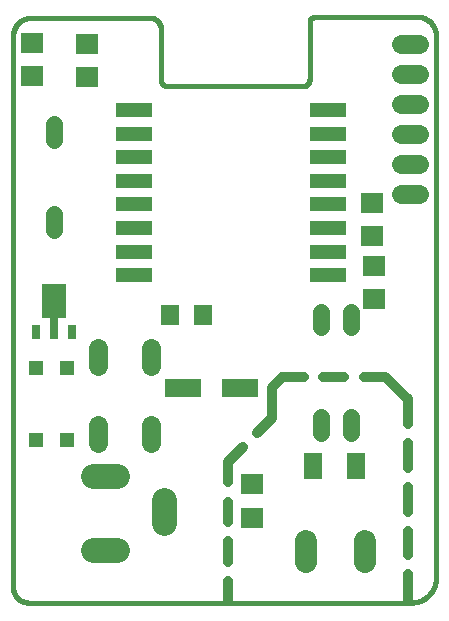
<source format=gts>
G75*
%MOIN*%
%OFA0B0*%
%FSLAX25Y25*%
%IPPOS*%
%LPD*%
%AMOC8*
5,1,8,0,0,1.08239X$1,22.5*
%
%ADD10C,0.03200*%
%ADD11C,0.01600*%
%ADD12R,0.05912X0.06699*%
%ADD13R,0.07487X0.06699*%
%ADD14R,0.12211X0.05124*%
%ADD15C,0.06400*%
%ADD16C,0.05600*%
%ADD17R,0.12211X0.05912*%
%ADD18R,0.03156X0.04731*%
%ADD19R,0.08274X0.11424*%
%ADD20R,0.02900X0.05400*%
%ADD21C,0.07450*%
%ADD22R,0.06306X0.08668*%
%ADD23R,0.05124X0.05124*%
%ADD24C,0.08274*%
D10*
X0106935Y0044645D02*
X0106935Y0051459D01*
X0106935Y0057859D02*
X0106935Y0064673D01*
X0106935Y0071073D02*
X0106935Y0077887D01*
X0106935Y0084287D02*
X0106935Y0091102D01*
X0111956Y0096122D01*
X0116482Y0100648D02*
X0121502Y0105669D01*
X0121502Y0115905D01*
X0125046Y0119448D01*
X0132196Y0119448D01*
X0138596Y0119448D02*
X0145747Y0119448D01*
X0152147Y0119448D02*
X0159298Y0119448D01*
X0166778Y0111968D01*
X0166778Y0103781D01*
X0166778Y0097381D02*
X0166778Y0089194D01*
X0166778Y0082794D02*
X0166778Y0074606D01*
X0166778Y0068206D02*
X0166778Y0060019D01*
X0166778Y0053619D02*
X0166778Y0045432D01*
D11*
X0035282Y0049369D02*
X0035282Y0233228D01*
X0035281Y0233228D02*
X0035283Y0233380D01*
X0035289Y0233532D01*
X0035299Y0233684D01*
X0035312Y0233835D01*
X0035330Y0233986D01*
X0035351Y0234137D01*
X0035377Y0234287D01*
X0035406Y0234436D01*
X0035439Y0234585D01*
X0035476Y0234732D01*
X0035516Y0234879D01*
X0035561Y0235024D01*
X0035609Y0235168D01*
X0035661Y0235311D01*
X0035716Y0235453D01*
X0035775Y0235593D01*
X0035838Y0235732D01*
X0035904Y0235869D01*
X0035974Y0236004D01*
X0036047Y0236137D01*
X0036124Y0236268D01*
X0036204Y0236398D01*
X0036287Y0236525D01*
X0036373Y0236650D01*
X0036463Y0236773D01*
X0036556Y0236893D01*
X0036652Y0237011D01*
X0036751Y0237127D01*
X0036853Y0237240D01*
X0036957Y0237350D01*
X0037065Y0237458D01*
X0037175Y0237562D01*
X0037288Y0237664D01*
X0037404Y0237763D01*
X0037522Y0237859D01*
X0037642Y0237952D01*
X0037765Y0238042D01*
X0037890Y0238128D01*
X0038017Y0238211D01*
X0038147Y0238291D01*
X0038278Y0238368D01*
X0038411Y0238441D01*
X0038546Y0238511D01*
X0038683Y0238577D01*
X0038822Y0238640D01*
X0038962Y0238699D01*
X0039104Y0238754D01*
X0039247Y0238806D01*
X0039391Y0238854D01*
X0039536Y0238899D01*
X0039683Y0238939D01*
X0039830Y0238976D01*
X0039979Y0239009D01*
X0040128Y0239038D01*
X0040278Y0239064D01*
X0040429Y0239085D01*
X0040580Y0239103D01*
X0040731Y0239116D01*
X0040883Y0239126D01*
X0041035Y0239132D01*
X0041187Y0239134D01*
X0041187Y0239133D02*
X0080951Y0239133D01*
X0081067Y0239131D01*
X0081183Y0239125D01*
X0081298Y0239116D01*
X0081413Y0239103D01*
X0081528Y0239086D01*
X0081642Y0239065D01*
X0081756Y0239040D01*
X0081868Y0239012D01*
X0081979Y0238980D01*
X0082090Y0238945D01*
X0082199Y0238906D01*
X0082307Y0238863D01*
X0082413Y0238817D01*
X0082518Y0238768D01*
X0082621Y0238715D01*
X0082723Y0238658D01*
X0082822Y0238599D01*
X0082919Y0238536D01*
X0083015Y0238470D01*
X0083108Y0238401D01*
X0083199Y0238329D01*
X0083287Y0238254D01*
X0083373Y0238176D01*
X0083456Y0238095D01*
X0083537Y0238012D01*
X0083615Y0237926D01*
X0083690Y0237838D01*
X0083762Y0237747D01*
X0083831Y0237654D01*
X0083897Y0237558D01*
X0083960Y0237461D01*
X0084019Y0237362D01*
X0084076Y0237260D01*
X0084129Y0237157D01*
X0084178Y0237052D01*
X0084224Y0236946D01*
X0084267Y0236838D01*
X0084306Y0236729D01*
X0084341Y0236618D01*
X0084373Y0236507D01*
X0084401Y0236395D01*
X0084426Y0236281D01*
X0084447Y0236167D01*
X0084464Y0236052D01*
X0084477Y0235937D01*
X0084486Y0235822D01*
X0084492Y0235706D01*
X0084494Y0235590D01*
X0084494Y0218661D01*
X0084495Y0218661D02*
X0084497Y0218566D01*
X0084503Y0218471D01*
X0084512Y0218376D01*
X0084526Y0218282D01*
X0084543Y0218189D01*
X0084564Y0218096D01*
X0084588Y0218004D01*
X0084617Y0217913D01*
X0084648Y0217823D01*
X0084684Y0217735D01*
X0084723Y0217648D01*
X0084766Y0217563D01*
X0084811Y0217480D01*
X0084861Y0217399D01*
X0084913Y0217319D01*
X0084969Y0217242D01*
X0085027Y0217167D01*
X0085089Y0217095D01*
X0085154Y0217025D01*
X0085221Y0216958D01*
X0085291Y0216893D01*
X0085363Y0216831D01*
X0085438Y0216773D01*
X0085515Y0216717D01*
X0085595Y0216665D01*
X0085676Y0216615D01*
X0085759Y0216570D01*
X0085844Y0216527D01*
X0085931Y0216488D01*
X0086019Y0216452D01*
X0086109Y0216421D01*
X0086200Y0216392D01*
X0086292Y0216368D01*
X0086385Y0216347D01*
X0086478Y0216330D01*
X0086572Y0216316D01*
X0086667Y0216307D01*
X0086762Y0216301D01*
X0086857Y0216299D01*
X0086857Y0216298D02*
X0131739Y0216298D01*
X0131739Y0216299D02*
X0131834Y0216301D01*
X0131929Y0216307D01*
X0132024Y0216316D01*
X0132118Y0216330D01*
X0132211Y0216347D01*
X0132304Y0216368D01*
X0132396Y0216392D01*
X0132487Y0216421D01*
X0132577Y0216452D01*
X0132665Y0216488D01*
X0132752Y0216527D01*
X0132837Y0216570D01*
X0132920Y0216615D01*
X0133001Y0216665D01*
X0133081Y0216717D01*
X0133158Y0216773D01*
X0133233Y0216831D01*
X0133305Y0216893D01*
X0133375Y0216958D01*
X0133442Y0217025D01*
X0133507Y0217095D01*
X0133569Y0217167D01*
X0133627Y0217242D01*
X0133683Y0217319D01*
X0133735Y0217399D01*
X0133785Y0217480D01*
X0133830Y0217563D01*
X0133873Y0217648D01*
X0133912Y0217735D01*
X0133948Y0217823D01*
X0133979Y0217913D01*
X0134008Y0218004D01*
X0134032Y0218096D01*
X0134053Y0218189D01*
X0134070Y0218282D01*
X0134084Y0218376D01*
X0134093Y0218471D01*
X0134099Y0218566D01*
X0134101Y0218661D01*
X0134101Y0237558D01*
X0134100Y0237558D02*
X0134102Y0237644D01*
X0134107Y0237730D01*
X0134117Y0237815D01*
X0134130Y0237900D01*
X0134147Y0237984D01*
X0134167Y0238068D01*
X0134191Y0238150D01*
X0134219Y0238231D01*
X0134250Y0238312D01*
X0134284Y0238390D01*
X0134322Y0238467D01*
X0134364Y0238543D01*
X0134408Y0238616D01*
X0134456Y0238687D01*
X0134507Y0238757D01*
X0134561Y0238824D01*
X0134617Y0238888D01*
X0134677Y0238950D01*
X0134739Y0239010D01*
X0134803Y0239066D01*
X0134870Y0239120D01*
X0134940Y0239171D01*
X0135011Y0239219D01*
X0135085Y0239263D01*
X0135160Y0239305D01*
X0135237Y0239343D01*
X0135315Y0239377D01*
X0135396Y0239408D01*
X0135477Y0239436D01*
X0135559Y0239460D01*
X0135643Y0239480D01*
X0135727Y0239497D01*
X0135812Y0239510D01*
X0135897Y0239520D01*
X0135983Y0239525D01*
X0136069Y0239527D01*
X0169928Y0239527D01*
X0170085Y0239525D01*
X0170242Y0239519D01*
X0170399Y0239509D01*
X0170555Y0239496D01*
X0170711Y0239478D01*
X0170867Y0239457D01*
X0171022Y0239431D01*
X0171176Y0239402D01*
X0171330Y0239369D01*
X0171482Y0239332D01*
X0171634Y0239292D01*
X0171785Y0239247D01*
X0171934Y0239199D01*
X0172082Y0239147D01*
X0172229Y0239092D01*
X0172375Y0239032D01*
X0172519Y0238970D01*
X0172661Y0238903D01*
X0172802Y0238833D01*
X0172941Y0238760D01*
X0173078Y0238683D01*
X0173213Y0238603D01*
X0173345Y0238519D01*
X0173476Y0238432D01*
X0173605Y0238342D01*
X0173731Y0238249D01*
X0173855Y0238153D01*
X0173977Y0238053D01*
X0174096Y0237951D01*
X0174212Y0237845D01*
X0174326Y0237737D01*
X0174437Y0237626D01*
X0174545Y0237512D01*
X0174651Y0237396D01*
X0174753Y0237277D01*
X0174853Y0237155D01*
X0174949Y0237031D01*
X0175042Y0236905D01*
X0175132Y0236776D01*
X0175219Y0236645D01*
X0175303Y0236513D01*
X0175383Y0236378D01*
X0175460Y0236241D01*
X0175533Y0236102D01*
X0175603Y0235961D01*
X0175670Y0235819D01*
X0175732Y0235675D01*
X0175792Y0235529D01*
X0175847Y0235382D01*
X0175899Y0235234D01*
X0175947Y0235085D01*
X0175992Y0234934D01*
X0176032Y0234782D01*
X0176069Y0234630D01*
X0176102Y0234476D01*
X0176131Y0234322D01*
X0176157Y0234167D01*
X0176178Y0234011D01*
X0176196Y0233855D01*
X0176209Y0233699D01*
X0176219Y0233542D01*
X0176225Y0233385D01*
X0176227Y0233228D01*
X0176227Y0052519D01*
X0176225Y0052319D01*
X0176217Y0052120D01*
X0176205Y0051920D01*
X0176188Y0051721D01*
X0176167Y0051522D01*
X0176140Y0051324D01*
X0176109Y0051127D01*
X0176073Y0050930D01*
X0176032Y0050735D01*
X0175987Y0050540D01*
X0175937Y0050347D01*
X0175882Y0050155D01*
X0175822Y0049964D01*
X0175758Y0049775D01*
X0175690Y0049587D01*
X0175617Y0049401D01*
X0175539Y0049217D01*
X0175457Y0049035D01*
X0175371Y0048855D01*
X0175280Y0048677D01*
X0175185Y0048501D01*
X0175086Y0048327D01*
X0174982Y0048156D01*
X0174875Y0047988D01*
X0174763Y0047822D01*
X0174648Y0047659D01*
X0174529Y0047499D01*
X0174405Y0047342D01*
X0174278Y0047187D01*
X0174148Y0047036D01*
X0174013Y0046888D01*
X0173876Y0046744D01*
X0173734Y0046602D01*
X0173590Y0046465D01*
X0173442Y0046330D01*
X0173291Y0046200D01*
X0173136Y0046073D01*
X0172979Y0045949D01*
X0172819Y0045830D01*
X0172656Y0045715D01*
X0172490Y0045603D01*
X0172322Y0045496D01*
X0172151Y0045392D01*
X0171977Y0045293D01*
X0171801Y0045198D01*
X0171623Y0045107D01*
X0171443Y0045021D01*
X0171261Y0044939D01*
X0171077Y0044861D01*
X0170891Y0044788D01*
X0170703Y0044720D01*
X0170514Y0044656D01*
X0170323Y0044596D01*
X0170131Y0044541D01*
X0169938Y0044491D01*
X0169743Y0044446D01*
X0169548Y0044405D01*
X0169351Y0044369D01*
X0169154Y0044338D01*
X0168956Y0044311D01*
X0168757Y0044290D01*
X0168558Y0044273D01*
X0168358Y0044261D01*
X0168159Y0044253D01*
X0167959Y0044251D01*
X0040400Y0044251D01*
X0040259Y0044253D01*
X0040118Y0044259D01*
X0039977Y0044268D01*
X0039837Y0044282D01*
X0039697Y0044300D01*
X0039558Y0044321D01*
X0039419Y0044346D01*
X0039281Y0044375D01*
X0039144Y0044408D01*
X0039007Y0044444D01*
X0038872Y0044484D01*
X0038738Y0044528D01*
X0038605Y0044576D01*
X0038474Y0044627D01*
X0038344Y0044682D01*
X0038216Y0044741D01*
X0038089Y0044802D01*
X0037964Y0044868D01*
X0037841Y0044937D01*
X0037720Y0045009D01*
X0037601Y0045084D01*
X0037484Y0045163D01*
X0037369Y0045245D01*
X0037256Y0045330D01*
X0037146Y0045418D01*
X0037039Y0045509D01*
X0036934Y0045604D01*
X0036831Y0045701D01*
X0036732Y0045800D01*
X0036635Y0045903D01*
X0036540Y0046008D01*
X0036449Y0046115D01*
X0036361Y0046225D01*
X0036276Y0046338D01*
X0036194Y0046453D01*
X0036115Y0046570D01*
X0036040Y0046689D01*
X0035968Y0046810D01*
X0035899Y0046933D01*
X0035833Y0047058D01*
X0035772Y0047185D01*
X0035713Y0047313D01*
X0035658Y0047443D01*
X0035607Y0047574D01*
X0035559Y0047707D01*
X0035515Y0047841D01*
X0035475Y0047976D01*
X0035439Y0048113D01*
X0035406Y0048250D01*
X0035377Y0048388D01*
X0035352Y0048527D01*
X0035331Y0048666D01*
X0035313Y0048806D01*
X0035299Y0048946D01*
X0035290Y0049087D01*
X0035284Y0049228D01*
X0035282Y0049369D01*
D12*
X0087543Y0140212D03*
X0098566Y0140212D03*
D13*
X0114809Y0083621D03*
X0114809Y0072598D03*
X0155517Y0145432D03*
X0155517Y0156456D03*
X0154964Y0166298D03*
X0154964Y0177322D03*
X0059973Y0219557D03*
X0059973Y0230580D03*
X0041580Y0230696D03*
X0041580Y0219672D03*
D14*
X0075535Y0208480D03*
X0075535Y0200606D03*
X0075535Y0192731D03*
X0075535Y0184857D03*
X0075535Y0176983D03*
X0075535Y0169109D03*
X0075535Y0161235D03*
X0075535Y0153361D03*
X0140102Y0153361D03*
X0140102Y0161235D03*
X0140102Y0169109D03*
X0140102Y0176983D03*
X0140102Y0184857D03*
X0140102Y0192731D03*
X0140102Y0200606D03*
X0140102Y0208480D03*
D15*
X0164503Y0210302D02*
X0170503Y0210302D01*
X0170503Y0200302D02*
X0164503Y0200302D01*
X0164503Y0190302D02*
X0170503Y0190302D01*
X0170503Y0180302D02*
X0164503Y0180302D01*
X0164503Y0220302D02*
X0170503Y0220302D01*
X0170503Y0230302D02*
X0164503Y0230302D01*
X0081350Y0129122D02*
X0081350Y0123122D01*
X0081350Y0103522D02*
X0081350Y0097522D01*
X0063550Y0097522D02*
X0063550Y0103522D01*
X0063550Y0123122D02*
X0063550Y0129122D01*
D16*
X0048817Y0168545D02*
X0048817Y0173745D01*
X0048817Y0198545D02*
X0048817Y0203745D01*
X0137762Y0141223D02*
X0137762Y0136023D01*
X0147762Y0136023D02*
X0147762Y0141223D01*
X0147762Y0106023D02*
X0147762Y0100823D01*
X0137762Y0100823D02*
X0137762Y0106023D01*
D17*
X0110872Y0115905D03*
X0091975Y0115905D03*
D18*
X0054884Y0134494D03*
X0043073Y0134494D03*
D19*
X0048979Y0144927D03*
D20*
X0048979Y0145065D03*
X0048979Y0143096D03*
X0048979Y0140734D03*
X0048979Y0137584D03*
X0048979Y0134828D03*
X0048585Y0147427D03*
D21*
X0132920Y0064823D02*
X0132920Y0057773D01*
X0152605Y0057773D02*
X0152605Y0064823D01*
D22*
X0149455Y0089920D03*
X0135282Y0089920D03*
D23*
X0053138Y0098362D03*
X0042902Y0098362D03*
X0042902Y0122378D03*
X0053138Y0122378D03*
D24*
X0061970Y0086458D02*
X0069844Y0086458D01*
X0085592Y0078584D02*
X0085592Y0070710D01*
X0069844Y0061655D02*
X0061970Y0061655D01*
M02*

</source>
